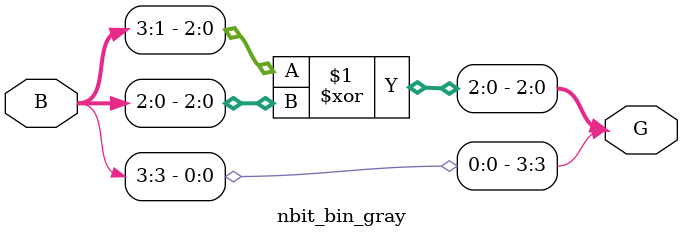
<source format=v>
module nbit_bin_gray #(parameter n = 4)
(input [n-1:0]B,
output [n-1:0]G);

assign G = {B[n-1],B[n-1:1]^B[n-2:0]};

endmodule 
</source>
